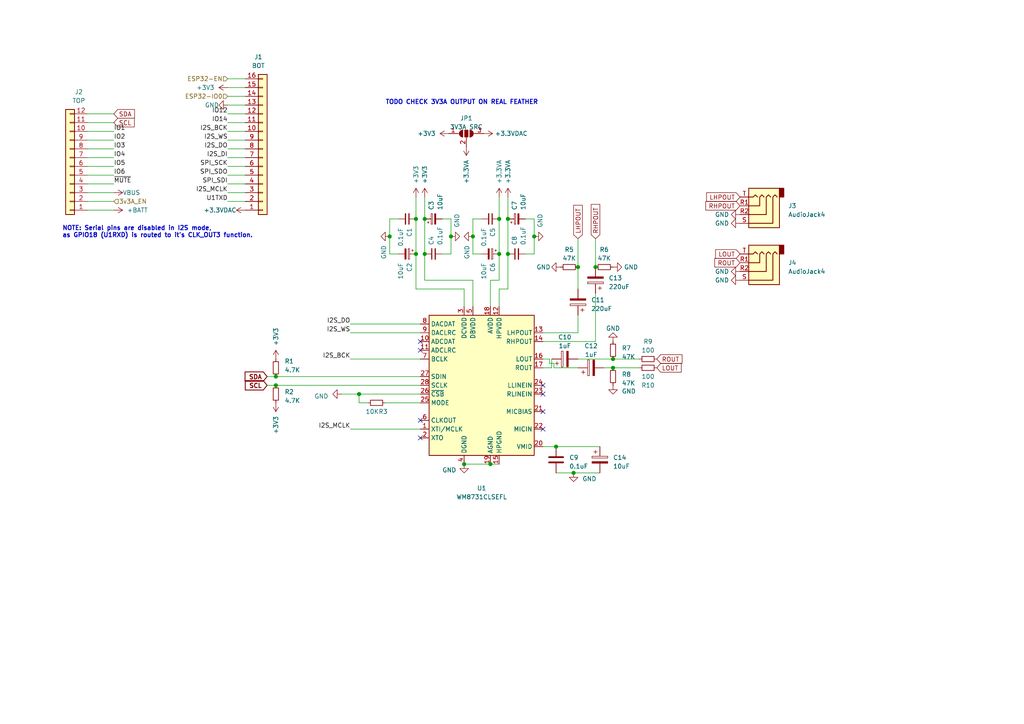
<source format=kicad_sch>
(kicad_sch (version 20210406) (generator eeschema)
  (paper "A4")
  (lib_symbols
    (symbol "Audio:WM8731CLSEFL"
      (property "Reference" "U" (at -13.97 21.59 0))
      (property "Value" "WM8731CLSEFL" (at 0 5.08 0))
      (symbol "WM8731CLSEFL_0_1"
        (rectangle (start -15.24 20.32) (end 15.24 -20.32) (stroke (width 0.254)) (fill (type background)))
      )
      (symbol "WM8731CLSEFL_1_1"
        (pin input line (at -17.78 -12.7 0) (length 2.54) (name "XTI/MCLK") (number "1"))
        (pin output line (at -17.78 12.7 0) (length 2.54) (name "ADCDAT") (number "10"))
        (pin bidirectional line (at -17.78 10.16 0) (length 2.54) (name "ADCLRC") (number "11"))
        (pin power_in line (at 5.08 22.86 270) (length 2.54) (name "HPVDD") (number "12"))
        (pin output line (at 17.78 15.24 180) (length 2.54) (name "LHPOUT") (number "13"))
        (pin output line (at 17.78 12.7 180) (length 2.54) (name "RHPOUT") (number "14"))
        (pin power_in line (at 5.08 -22.86 90) (length 2.54) (name "HPGND") (number "15"))
        (pin output line (at 17.78 7.62 180) (length 2.54) (name "LOUT") (number "16"))
        (pin output line (at 17.78 5.08 180) (length 2.54) (name "ROUT") (number "17"))
        (pin power_in line (at 2.54 22.86 270) (length 2.54) (name "AVDD") (number "18"))
        (pin power_in line (at 2.54 -22.86 90) (length 2.54) (name "AGND") (number "19"))
        (pin output line (at -17.78 -15.24 0) (length 2.54) (name "XTO") (number "2"))
        (pin passive line (at 17.78 -17.78 180) (length 2.54) (name "VMID") (number "20"))
        (pin output line (at 17.78 -7.62 180) (length 2.54) (name "MICBIAS") (number "21"))
        (pin input line (at 17.78 -12.7 180) (length 2.54) (name "MICIN") (number "22"))
        (pin input line (at 17.78 -2.54 180) (length 2.54) (name "RLINEIN") (number "23"))
        (pin input line (at 17.78 0 180) (length 2.54) (name "LLINEIN") (number "24"))
        (pin input line (at -17.78 -5.08 0) (length 2.54) (name "MODE") (number "25"))
        (pin input line (at -17.78 -2.54 0) (length 2.54) (name "~CSB") (number "26"))
        (pin bidirectional line (at -17.78 2.54 0) (length 2.54) (name "SDIN") (number "27"))
        (pin input line (at -17.78 0 0) (length 2.54) (name "SCLK") (number "28"))
        (pin passive line (at 2.54 -22.86 90) (length 2.54) hide (name "AGND") (number "29"))
        (pin power_in line (at -5.08 22.86 270) (length 2.54) (name "DCVDD") (number "3"))
        (pin power_in line (at -5.08 -22.86 90) (length 2.54) (name "DGND") (number "4"))
        (pin power_in line (at -2.54 22.86 270) (length 2.54) (name "DBVDD") (number "5"))
        (pin output line (at -17.78 -10.16 0) (length 2.54) (name "CLKOUT") (number "6"))
        (pin bidirectional line (at -17.78 7.62 0) (length 2.54) (name "BCLK") (number "7"))
        (pin input line (at -17.78 17.78 0) (length 2.54) (name "DACDAT") (number "8"))
        (pin bidirectional line (at -17.78 15.24 0) (length 2.54) (name "DACLRC") (number "9"))
      )
    )
    (symbol "Connector:AudioJack4"
      (property "Reference" "J" (at 0 8.89 0))
      (property "Value" "AudioJack4" (at 0 6.35 0))
      (symbol "AudioJack4_0_1"
        (rectangle (start -6.35 -5.08) (end -7.62 -7.62) (stroke (width 0.254)) (fill (type outline)))
        (rectangle (start 2.54 3.81) (end -6.35 -7.62) (stroke (width 0.254)) (fill (type background)))
        (polyline (pts (xy 0 -5.08) (xy 0.635 -5.715) (xy 1.27 -5.08) (xy 2.54 -5.08)) (stroke (width 0.254)))
        (polyline (pts (xy -5.715 -5.08) (xy -5.08 -5.715) (xy -4.445 -5.08) (xy -4.445 2.54) (xy 2.54 2.54)) (stroke (width 0.254)))
        (polyline (pts (xy -1.905 -5.08) (xy -1.27 -5.715) (xy -0.635 -5.08) (xy -0.635 -2.54) (xy 2.54 -2.54)) (stroke (width 0.254)))
        (polyline (pts (xy 2.54 0) (xy -2.54 0) (xy -2.54 -5.08) (xy -3.175 -5.715) (xy -3.81 -5.08)) (stroke (width 0.254)))
      )
      (symbol "AudioJack4_1_1"
        (pin passive line (at 5.08 -2.54 180) (length 2.54) (name "~") (number "R1"))
        (pin passive line (at 5.08 0 180) (length 2.54) (name "~") (number "R2"))
        (pin passive line (at 5.08 2.54 180) (length 2.54) (name "~") (number "S"))
        (pin passive line (at 5.08 -5.08 180) (length 2.54) (name "~") (number "T"))
      )
    )
    (symbol "Connector_Generic:Conn_01x12" (pin_names (offset 1.016) hide)
      (property "Reference" "J" (at 0 15.24 0))
      (property "Value" "Conn_01x12" (at 0 -17.78 0))
      (symbol "Conn_01x12_1_1"
        (rectangle (start -1.27 -15.113) (end 0 -15.367) (stroke (width 0.1524)))
        (rectangle (start -1.27 -12.573) (end 0 -12.827) (stroke (width 0.1524)))
        (rectangle (start -1.27 -10.033) (end 0 -10.287) (stroke (width 0.1524)))
        (rectangle (start -1.27 -7.493) (end 0 -7.747) (stroke (width 0.1524)))
        (rectangle (start -1.27 -4.953) (end 0 -5.207) (stroke (width 0.1524)))
        (rectangle (start -1.27 -2.413) (end 0 -2.667) (stroke (width 0.1524)))
        (rectangle (start -1.27 0.127) (end 0 -0.127) (stroke (width 0.1524)))
        (rectangle (start -1.27 2.667) (end 0 2.413) (stroke (width 0.1524)))
        (rectangle (start -1.27 5.207) (end 0 4.953) (stroke (width 0.1524)))
        (rectangle (start -1.27 7.747) (end 0 7.493) (stroke (width 0.1524)))
        (rectangle (start -1.27 10.287) (end 0 10.033) (stroke (width 0.1524)))
        (rectangle (start -1.27 12.827) (end 0 12.573) (stroke (width 0.1524)))
        (rectangle (start -1.27 13.97) (end 1.27 -16.51) (stroke (width 0.254)) (fill (type background)))
        (pin passive line (at -5.08 12.7 0) (length 3.81) (name "Pin_1") (number "1"))
        (pin passive line (at -5.08 -10.16 0) (length 3.81) (name "Pin_10") (number "10"))
        (pin passive line (at -5.08 -12.7 0) (length 3.81) (name "Pin_11") (number "11"))
        (pin passive line (at -5.08 -15.24 0) (length 3.81) (name "Pin_12") (number "12"))
        (pin passive line (at -5.08 10.16 0) (length 3.81) (name "Pin_2") (number "2"))
        (pin passive line (at -5.08 7.62 0) (length 3.81) (name "Pin_3") (number "3"))
        (pin passive line (at -5.08 5.08 0) (length 3.81) (name "Pin_4") (number "4"))
        (pin passive line (at -5.08 2.54 0) (length 3.81) (name "Pin_5") (number "5"))
        (pin passive line (at -5.08 0 0) (length 3.81) (name "Pin_6") (number "6"))
        (pin passive line (at -5.08 -2.54 0) (length 3.81) (name "Pin_7") (number "7"))
        (pin passive line (at -5.08 -5.08 0) (length 3.81) (name "Pin_8") (number "8"))
        (pin passive line (at -5.08 -7.62 0) (length 3.81) (name "Pin_9") (number "9"))
      )
    )
    (symbol "Connector_Generic:Conn_01x16" (pin_names (offset 1.016) hide)
      (property "Reference" "J" (at 0 20.32 0))
      (property "Value" "Conn_01x16" (at 0 -22.86 0))
      (symbol "Conn_01x16_1_1"
        (rectangle (start -1.27 -20.193) (end 0 -20.447) (stroke (width 0.1524)))
        (rectangle (start -1.27 -17.653) (end 0 -17.907) (stroke (width 0.1524)))
        (rectangle (start -1.27 -15.113) (end 0 -15.367) (stroke (width 0.1524)))
        (rectangle (start -1.27 -12.573) (end 0 -12.827) (stroke (width 0.1524)))
        (rectangle (start -1.27 -10.033) (end 0 -10.287) (stroke (width 0.1524)))
        (rectangle (start -1.27 -7.493) (end 0 -7.747) (stroke (width 0.1524)))
        (rectangle (start -1.27 -4.953) (end 0 -5.207) (stroke (width 0.1524)))
        (rectangle (start -1.27 -2.413) (end 0 -2.667) (stroke (width 0.1524)))
        (rectangle (start -1.27 0.127) (end 0 -0.127) (stroke (width 0.1524)))
        (rectangle (start -1.27 2.667) (end 0 2.413) (stroke (width 0.1524)))
        (rectangle (start -1.27 5.207) (end 0 4.953) (stroke (width 0.1524)))
        (rectangle (start -1.27 7.747) (end 0 7.493) (stroke (width 0.1524)))
        (rectangle (start -1.27 10.287) (end 0 10.033) (stroke (width 0.1524)))
        (rectangle (start -1.27 12.827) (end 0 12.573) (stroke (width 0.1524)))
        (rectangle (start -1.27 15.367) (end 0 15.113) (stroke (width 0.1524)))
        (rectangle (start -1.27 17.907) (end 0 17.653) (stroke (width 0.1524)))
        (rectangle (start -1.27 19.05) (end 1.27 -21.59) (stroke (width 0.254)) (fill (type background)))
        (pin passive line (at -5.08 17.78 0) (length 3.81) (name "Pin_1") (number "1"))
        (pin passive line (at -5.08 -5.08 0) (length 3.81) (name "Pin_10") (number "10"))
        (pin passive line (at -5.08 -7.62 0) (length 3.81) (name "Pin_11") (number "11"))
        (pin passive line (at -5.08 -10.16 0) (length 3.81) (name "Pin_12") (number "12"))
        (pin passive line (at -5.08 -12.7 0) (length 3.81) (name "Pin_13") (number "13"))
        (pin passive line (at -5.08 -15.24 0) (length 3.81) (name "Pin_14") (number "14"))
        (pin passive line (at -5.08 -17.78 0) (length 3.81) (name "Pin_15") (number "15"))
        (pin passive line (at -5.08 -20.32 0) (length 3.81) (name "Pin_16") (number "16"))
        (pin passive line (at -5.08 15.24 0) (length 3.81) (name "Pin_2") (number "2"))
        (pin passive line (at -5.08 12.7 0) (length 3.81) (name "Pin_3") (number "3"))
        (pin passive line (at -5.08 10.16 0) (length 3.81) (name "Pin_4") (number "4"))
        (pin passive line (at -5.08 7.62 0) (length 3.81) (name "Pin_5") (number "5"))
        (pin passive line (at -5.08 5.08 0) (length 3.81) (name "Pin_6") (number "6"))
        (pin passive line (at -5.08 2.54 0) (length 3.81) (name "Pin_7") (number "7"))
        (pin passive line (at -5.08 0 0) (length 3.81) (name "Pin_8") (number "8"))
        (pin passive line (at -5.08 -2.54 0) (length 3.81) (name "Pin_9") (number "9"))
      )
    )
    (symbol "Device:C" (pin_numbers hide) (pin_names (offset 0.254))
      (property "Reference" "C" (at 0.635 2.54 0))
      (property "Value" "C" (at 0.635 -2.54 0))
      (symbol "C_0_1"
        (polyline (pts (xy -2.032 -0.762) (xy 2.032 -0.762)) (stroke (width 0.508)))
        (polyline (pts (xy -2.032 0.762) (xy 2.032 0.762)) (stroke (width 0.508)))
      )
      (symbol "C_1_1"
        (pin passive line (at 0 3.81 270) (length 2.794) (name "~") (number "1"))
        (pin passive line (at 0 -3.81 90) (length 2.794) (name "~") (number "2"))
      )
    )
    (symbol "Device:C_Polarized" (pin_numbers hide) (pin_names (offset 0.254))
      (property "Reference" "C" (at 0.635 2.54 0))
      (property "Value" "C_Polarized" (at 0.635 -2.54 0))
      (symbol "C_Polarized_0_1"
        (rectangle (start -2.286 0.508) (end 2.286 1.016))
        (rectangle (start 2.286 -0.508) (end -2.286 -1.016) (fill (type outline)))
        (polyline (pts (xy -1.778 2.286) (xy -0.762 2.286)))
        (polyline (pts (xy -1.27 2.794) (xy -1.27 1.778)))
      )
      (symbol "C_Polarized_1_1"
        (pin passive line (at 0 3.81 270) (length 2.794) (name "~") (number "1"))
        (pin passive line (at 0 -3.81 90) (length 2.794) (name "~") (number "2"))
      )
    )
    (symbol "Device:C_Polarized_Small" (pin_numbers hide) (pin_names (offset 0.254) hide)
      (property "Reference" "C" (at 0.254 1.778 0))
      (property "Value" "C_Polarized_Small" (at 0.254 -2.032 0))
      (symbol "C_Polarized_Small_0_1"
        (rectangle (start -1.524 0.6858) (end 1.524 0.3048))
        (rectangle (start -1.524 -0.3048) (end 1.524 -0.6858) (fill (type outline)))
        (polyline (pts (xy -1.27 1.524) (xy -0.762 1.524)))
        (polyline (pts (xy -1.016 1.27) (xy -1.016 1.778)))
      )
      (symbol "C_Polarized_Small_1_1"
        (pin passive line (at 0 2.54 270) (length 1.8542) (name "~") (number "1"))
        (pin passive line (at 0 -2.54 90) (length 1.8542) (name "~") (number "2"))
      )
    )
    (symbol "Device:C_Small" (pin_numbers hide) (pin_names (offset 0.254) hide)
      (property "Reference" "C" (at 0.254 1.778 0))
      (property "Value" "C_Small" (at 0.254 -2.032 0))
      (symbol "C_Small_0_1"
        (polyline (pts (xy -1.524 -0.508) (xy 1.524 -0.508)) (stroke (width 0.3302)))
        (polyline (pts (xy -1.524 0.508) (xy 1.524 0.508)) (stroke (width 0.3048)))
      )
      (symbol "C_Small_1_1"
        (pin passive line (at 0 2.54 270) (length 2.032) (name "~") (number "1"))
        (pin passive line (at 0 -2.54 90) (length 2.032) (name "~") (number "2"))
      )
    )
    (symbol "Device:R_Small" (pin_numbers hide) (pin_names (offset 0.254) hide)
      (property "Reference" "R" (at 0.762 0.508 0))
      (property "Value" "R_Small" (at 0.762 -1.016 0))
      (symbol "R_Small_0_1"
        (rectangle (start -0.762 1.778) (end 0.762 -1.778) (stroke (width 0.2032)))
      )
      (symbol "R_Small_1_1"
        (pin passive line (at 0 2.54 270) (length 0.762) (name "~") (number "1"))
        (pin passive line (at 0 -2.54 90) (length 0.762) (name "~") (number "2"))
      )
    )
    (symbol "Jumper:SolderJumper_3_Open" (pin_names (offset 0) hide)
      (property "Reference" "JP" (at -2.54 -2.54 0))
      (property "Value" "SolderJumper_3_Open" (at 0 2.794 0))
      (symbol "SolderJumper_3_Open_0_1"
        (arc (start -1.016 1.016) (end -1.016 -1.016) (radius (at -1.016 0) (length 1.016) (angles 90.1 -90.1)))
        (arc (start 1.016 -1.016) (end 1.016 1.016) (radius (at 1.016 0) (length 1.016) (angles -89.9 89.9)))
        (arc (start -1.016 1.016) (end -1.016 -1.016) (radius (at -1.016 0) (length 1.016) (angles 90.1 -90.1)) (fill (type outline)))
        (arc (start 1.016 -1.016) (end 1.016 1.016) (radius (at 1.016 0) (length 1.016) (angles -89.9 89.9)) (fill (type outline)))
        (rectangle (start -0.508 1.016) (end 0.508 -1.016) (fill (type outline)))
        (polyline (pts (xy -2.54 0) (xy -2.032 0)))
        (polyline (pts (xy -1.016 1.016) (xy -1.016 -1.016)))
        (polyline (pts (xy 0 -1.27) (xy 0 -1.016)))
        (polyline (pts (xy 1.016 1.016) (xy 1.016 -1.016)))
        (polyline (pts (xy 2.54 0) (xy 2.032 0)))
      )
      (symbol "SolderJumper_3_Open_1_1"
        (pin passive line (at -5.08 0 0) (length 2.54) (name "A") (number "1"))
        (pin input line (at 0 -3.81 90) (length 2.54) (name "C") (number "2"))
        (pin passive line (at 5.08 0 180) (length 2.54) (name "B") (number "3"))
      )
    )
    (symbol "power:+3.3VA" (power) (pin_names (offset 0))
      (property "Value" "+3.3VA" (at 0 3.556 0))
      (symbol "+3.3VA_0_1"
        (polyline (pts (xy -0.762 1.27) (xy 0 2.54)))
        (polyline (pts (xy 0 0) (xy 0 2.54)))
        (polyline (pts (xy 0 2.54) (xy 0.762 1.27)))
      )
      (symbol "+3.3VA_1_1"
        (pin power_in line (at 0 0 90) (length 0) hide (name "+3.3VA") (number "1"))
      )
    )
    (symbol "power:+3.3VDAC" (power) (pin_names (offset 0))
      (property "Value" "+3.3VDAC" (at 0 2.54 0))
      (symbol "+3.3VDAC_0_0"
        (pin power_in line (at 0 0 90) (length 0) hide (name "+3.3VDAC") (number "1"))
      )
      (symbol "+3.3VDAC_0_1"
        (polyline (pts (xy -0.762 1.27) (xy 0 2.54)))
        (polyline (pts (xy 0 0) (xy 0 2.54)))
        (polyline (pts (xy 0 2.54) (xy 0.762 1.27)))
      )
    )
    (symbol "power:+3V3" (power) (pin_names (offset 0))
      (property "Value" "+3V3" (at 0 3.556 0))
      (symbol "+3V3_0_1"
        (polyline (pts (xy -0.762 1.27) (xy 0 2.54)))
        (polyline (pts (xy 0 0) (xy 0 2.54)))
        (polyline (pts (xy 0 2.54) (xy 0.762 1.27)))
      )
      (symbol "+3V3_1_1"
        (pin power_in line (at 0 0 90) (length 0) hide (name "+3V3") (number "1"))
      )
    )
    (symbol "power:+BATT" (power) (pin_names (offset 0))
      (property "Value" "+BATT" (at 0 3.556 0))
      (symbol "+BATT_0_1"
        (polyline (pts (xy -0.762 1.27) (xy 0 2.54)))
        (polyline (pts (xy 0 0) (xy 0 2.54)))
        (polyline (pts (xy 0 2.54) (xy 0.762 1.27)))
      )
      (symbol "+BATT_1_1"
        (pin power_in line (at 0 0 90) (length 0) hide (name "+BATT") (number "1"))
      )
    )
    (symbol "power:GND" (power) (pin_names (offset 0))
      (property "Value" "GND" (at 0 -3.81 0))
      (symbol "GND_0_1"
        (polyline (pts (xy 0 0) (xy 0 -1.27) (xy 1.27 -1.27) (xy 0 -2.54) (xy -1.27 -1.27) (xy 0 -1.27)))
      )
      (symbol "GND_1_1"
        (pin power_in line (at 0 0 270) (length 0) hide (name "GND") (number "1"))
      )
    )
    (symbol "power:VBUS" (power) (pin_names (offset 0))
      (property "Value" "VBUS" (at 0 3.81 0))
      (symbol "VBUS_0_1"
        (polyline (pts (xy -0.762 1.27) (xy 0 2.54)))
        (polyline (pts (xy 0 0) (xy 0 2.54)))
        (polyline (pts (xy 0 2.54) (xy 0.762 1.27)))
      )
      (symbol "VBUS_1_1"
        (pin power_in line (at 0 0 90) (length 0) hide (name "VBUS") (number "1"))
      )
    )
  )
  (junction (at 80.01 109.22) (diameter 1.016))
  (junction (at 80.01 111.76) (diameter 1.016))
  (junction (at 104.14 114.3) (diameter 1.016))
  (junction (at 113.03 68.58) (diameter 1.016))
  (junction (at 120.65 63.5) (diameter 1.016))
  (junction (at 120.65 73.66) (diameter 1.016))
  (junction (at 123.19 63.5) (diameter 1.016))
  (junction (at 123.19 73.66) (diameter 1.016))
  (junction (at 130.81 68.58) (diameter 1.016))
  (junction (at 134.62 134.62) (diameter 1.016))
  (junction (at 137.16 68.58) (diameter 1.016))
  (junction (at 142.24 134.62) (diameter 1.016))
  (junction (at 144.78 63.5) (diameter 1.016))
  (junction (at 144.78 73.66) (diameter 1.016))
  (junction (at 147.32 63.5) (diameter 1.016))
  (junction (at 147.32 73.66) (diameter 1.016))
  (junction (at 154.94 68.58) (diameter 1.016))
  (junction (at 161.29 129.54) (diameter 1.016))
  (junction (at 166.37 137.16) (diameter 1.016))
  (junction (at 167.64 77.47) (diameter 1.016))
  (junction (at 172.72 77.47) (diameter 1.016))
  (junction (at 177.8 104.14) (diameter 1.016))
  (junction (at 177.8 106.68) (diameter 1.016))
  (no_connect (at 121.92 99.06))
  (no_connect (at 121.92 101.6))
  (no_connect (at 121.92 121.92))
  (no_connect (at 121.92 127))
  (no_connect (at 157.48 111.76))
  (no_connect (at 157.48 114.3))
  (no_connect (at 157.48 119.38))
  (no_connect (at 157.48 124.46))
  (wire (pts (xy 25.4 33.02) (xy 33.02 33.02)))
  (wire (pts (xy 25.4 35.56) (xy 33.02 35.56)))
  (wire (pts (xy 25.4 38.1) (xy 33.02 38.1)))
  (wire (pts (xy 25.4 40.64) (xy 33.02 40.64)))
  (wire (pts (xy 25.4 43.18) (xy 33.02 43.18)))
  (wire (pts (xy 25.4 45.72) (xy 33.02 45.72)))
  (wire (pts (xy 25.4 48.26) (xy 33.02 48.26)))
  (wire (pts (xy 25.4 50.8) (xy 33.02 50.8)))
  (wire (pts (xy 25.4 53.34) (xy 33.02 53.34)))
  (wire (pts (xy 25.4 58.42) (xy 33.02 58.42)))
  (wire (pts (xy 33.02 55.88) (xy 25.4 55.88)))
  (wire (pts (xy 33.02 60.96) (xy 25.4 60.96)))
  (wire (pts (xy 66.04 22.86) (xy 71.12 22.86)))
  (wire (pts (xy 66.04 25.4) (xy 71.12 25.4)))
  (wire (pts (xy 66.04 27.94) (xy 71.12 27.94)))
  (wire (pts (xy 66.04 30.48) (xy 71.12 30.48)))
  (wire (pts (xy 66.04 33.02) (xy 71.12 33.02)))
  (wire (pts (xy 66.04 35.56) (xy 71.12 35.56)))
  (wire (pts (xy 66.04 38.1) (xy 71.12 38.1)))
  (wire (pts (xy 66.04 40.64) (xy 71.12 40.64)))
  (wire (pts (xy 66.04 43.18) (xy 71.12 43.18)))
  (wire (pts (xy 66.04 45.72) (xy 71.12 45.72)))
  (wire (pts (xy 66.04 48.26) (xy 71.12 48.26)))
  (wire (pts (xy 66.04 50.8) (xy 71.12 50.8)))
  (wire (pts (xy 66.04 53.34) (xy 71.12 53.34)))
  (wire (pts (xy 66.04 55.88) (xy 71.12 55.88)))
  (wire (pts (xy 66.04 58.42) (xy 71.12 58.42)))
  (wire (pts (xy 77.47 109.22) (xy 80.01 109.22)))
  (wire (pts (xy 77.47 111.76) (xy 80.01 111.76)))
  (wire (pts (xy 80.01 109.22) (xy 121.92 109.22)))
  (wire (pts (xy 80.01 111.76) (xy 121.92 111.76)))
  (wire (pts (xy 101.6 93.98) (xy 121.92 93.98)))
  (wire (pts (xy 101.6 96.52) (xy 121.92 96.52)))
  (wire (pts (xy 101.6 104.14) (xy 121.92 104.14)))
  (wire (pts (xy 101.6 124.46) (xy 121.92 124.46)))
  (wire (pts (xy 104.14 114.3) (xy 99.06 114.3)))
  (wire (pts (xy 104.14 114.3) (xy 104.14 116.84)))
  (wire (pts (xy 106.68 116.84) (xy 104.14 116.84)))
  (wire (pts (xy 111.76 116.84) (xy 121.92 116.84)))
  (wire (pts (xy 113.03 63.5) (xy 113.03 68.58)))
  (wire (pts (xy 113.03 73.66) (xy 113.03 68.58)))
  (wire (pts (xy 115.57 63.5) (xy 113.03 63.5)))
  (wire (pts (xy 115.57 73.66) (xy 113.03 73.66)))
  (wire (pts (xy 120.65 57.15) (xy 120.65 63.5)))
  (wire (pts (xy 120.65 63.5) (xy 120.65 73.66)))
  (wire (pts (xy 120.65 73.66) (xy 120.65 83.82)))
  (wire (pts (xy 121.92 114.3) (xy 104.14 114.3)))
  (wire (pts (xy 123.19 57.15) (xy 123.19 63.5)))
  (wire (pts (xy 123.19 63.5) (xy 123.19 73.66)))
  (wire (pts (xy 123.19 73.66) (xy 123.19 81.28)))
  (wire (pts (xy 123.19 81.28) (xy 137.16 81.28)))
  (wire (pts (xy 128.27 63.5) (xy 130.81 63.5)))
  (wire (pts (xy 128.27 73.66) (xy 130.81 73.66)))
  (wire (pts (xy 130.81 63.5) (xy 130.81 68.58)))
  (wire (pts (xy 130.81 73.66) (xy 130.81 68.58)))
  (wire (pts (xy 134.62 83.82) (xy 120.65 83.82)))
  (wire (pts (xy 134.62 88.9) (xy 134.62 83.82)))
  (wire (pts (xy 134.62 134.62) (xy 142.24 134.62)))
  (wire (pts (xy 137.16 63.5) (xy 137.16 68.58)))
  (wire (pts (xy 137.16 73.66) (xy 137.16 68.58)))
  (wire (pts (xy 137.16 81.28) (xy 137.16 88.9)))
  (wire (pts (xy 139.7 63.5) (xy 137.16 63.5)))
  (wire (pts (xy 139.7 73.66) (xy 137.16 73.66)))
  (wire (pts (xy 142.24 81.28) (xy 142.24 88.9)))
  (wire (pts (xy 142.24 134.62) (xy 144.78 134.62)))
  (wire (pts (xy 144.78 57.15) (xy 144.78 63.5)))
  (wire (pts (xy 144.78 63.5) (xy 144.78 73.66)))
  (wire (pts (xy 144.78 73.66) (xy 144.78 81.28)))
  (wire (pts (xy 144.78 81.28) (xy 142.24 81.28)))
  (wire (pts (xy 144.78 83.82) (xy 147.32 83.82)))
  (wire (pts (xy 144.78 88.9) (xy 144.78 83.82)))
  (wire (pts (xy 147.32 57.15) (xy 147.32 63.5)))
  (wire (pts (xy 147.32 63.5) (xy 147.32 73.66)))
  (wire (pts (xy 147.32 83.82) (xy 147.32 73.66)))
  (wire (pts (xy 152.4 63.5) (xy 154.94 63.5)))
  (wire (pts (xy 152.4 73.66) (xy 154.94 73.66)))
  (wire (pts (xy 154.94 63.5) (xy 154.94 68.58)))
  (wire (pts (xy 154.94 73.66) (xy 154.94 68.58)))
  (wire (pts (xy 157.48 96.52) (xy 167.64 96.52)))
  (wire (pts (xy 157.48 99.06) (xy 172.72 99.06)))
  (wire (pts (xy 157.48 104.14) (xy 159.385 104.14)))
  (wire (pts (xy 157.48 129.54) (xy 161.29 129.54)))
  (wire (pts (xy 159.385 104.14) (xy 159.385 105.41)))
  (wire (pts (xy 159.385 105.41) (xy 160.655 105.41)))
  (wire (pts (xy 160.02 104.14) (xy 160.02 106.68)))
  (wire (pts (xy 160.02 106.68) (xy 157.48 106.68)))
  (wire (pts (xy 160.655 105.41) (xy 160.655 106.68)))
  (wire (pts (xy 160.655 106.68) (xy 167.64 106.68)))
  (wire (pts (xy 161.29 129.54) (xy 173.99 129.54)))
  (wire (pts (xy 161.29 137.16) (xy 166.37 137.16)))
  (wire (pts (xy 166.37 137.16) (xy 173.99 137.16)))
  (wire (pts (xy 167.64 69.215) (xy 167.64 77.47)))
  (wire (pts (xy 167.64 77.47) (xy 167.64 83.82)))
  (wire (pts (xy 167.64 91.44) (xy 167.64 96.52)))
  (wire (pts (xy 167.64 104.14) (xy 177.8 104.14)))
  (wire (pts (xy 172.72 69.215) (xy 172.72 77.47)))
  (wire (pts (xy 172.72 85.09) (xy 172.72 99.06)))
  (wire (pts (xy 175.26 106.68) (xy 177.8 106.68)))
  (wire (pts (xy 177.8 104.14) (xy 185.42 104.14)))
  (wire (pts (xy 177.8 106.68) (xy 185.42 106.68)))
  (text "NOTE: Serial pins are disabled in I2S mode,\nas GPIO18 (U1RXD) is routed to it's CLK_OUT3 function." (at 18.034 69.088 0) (effects (font (size 1.27 1.27) (thickness 0.254) bold) (justify left bottom)))
  (text "TODO CHECK 3V3A OUTPUT ON REAL FEATHER" (at 111.76 30.48 0) (effects (font (size 1.27 1.27) (thickness 0.254) bold) (justify left bottom)))
  (label "IO1" (at 33.02 38.1 0))
  (label "IO2" (at 33.02 40.64 0))
  (label "IO3" (at 33.02 43.18 0))
  (label "IO4" (at 33.02 45.72 0))
  (label "IO5" (at 33.02 48.26 0))
  (label "IO6" (at 33.02 50.8 0))
  (label "~MUTE" (at 33.02 53.34 0))
  (label "IO12" (at 66.04 33.02 180))
  (label "IO14" (at 66.04 35.56 180))
  (label "I2S_BCK" (at 66.04 38.1 180))
  (label "I2S_WS" (at 66.04 40.64 180))
  (label "I2S_DO" (at 66.04 43.18 180))
  (label "I2S_DI" (at 66.04 45.72 180))
  (label "SPI_SCK" (at 66.04 48.26 180))
  (label "SPI_SDO" (at 66.04 50.8 180))
  (label "SPI_SDI" (at 66.04 53.34 180))
  (label "I2S_MCLK" (at 66.04 55.88 180))
  (label "U1TXD" (at 66.04 58.42 180))
  (label "I2S_DO" (at 101.6 93.98 180))
  (label "I2S_WS" (at 101.6 96.52 180))
  (label "I2S_BCK" (at 101.6 104.14 180))
  (label "I2S_MCLK" (at 101.6 124.46 180))
  (global_label "SDA" (shape input) (at 33.02 33.02 0) (property "Intersheet References" "${INTERSHEET_REFS}" (effects hide)))
  (global_label "SCL" (shape input) (at 33.02 35.56 0) (property "Intersheet References" "${INTERSHEET_REFS}" (effects hide)))
  (global_label "SDA" (shape input) (at 77.47 109.22 180) (effects (font (thickness 0.254) bold)) (property "Intersheet References" "${INTERSHEET_REFS}" (effects hide)))
  (global_label "SCL" (shape input) (at 77.47 111.76 180) (effects (font (thickness 0.254) bold)) (property "Intersheet References" "${INTERSHEET_REFS}" (effects hide)))
  (global_label "LHPOUT" (shape input) (at 167.64 69.215 90) (property "Intersheet References" "${INTERSHEET_REFS}" (effects hide)))
  (global_label "RHPOUT" (shape input) (at 172.72 69.215 90) (property "Intersheet References" "${INTERSHEET_REFS}" (effects hide)))
  (global_label "ROUT" (shape input) (at 190.5 104.14 0) (property "Intersheet References" "${INTERSHEET_REFS}" (effects hide)))
  (global_label "LOUT" (shape input) (at 190.5 106.68 0) (property "Intersheet References" "${INTERSHEET_REFS}" (effects hide)))
  (global_label "LHPOUT" (shape input) (at 214.63 57.15 180) (property "Intersheet References" "${INTERSHEET_REFS}" (effects hide)))
  (global_label "RHPOUT" (shape input) (at 214.63 59.69 180) (property "Intersheet References" "${INTERSHEET_REFS}" (effects hide)))
  (global_label "LOUT" (shape input) (at 214.63 73.66 180) (property "Intersheet References" "${INTERSHEET_REFS}" (effects hide)))
  (global_label "ROUT" (shape input) (at 214.63 76.2 180) (property "Intersheet References" "${INTERSHEET_REFS}" (effects hide)))
  (hierarchical_label "3v3A_EN" (shape input) (at 33.02 58.42 0))
  (hierarchical_label "ESP32-EN" (shape input) (at 66.04 22.86 180))
  (hierarchical_label "ESP32-IO0" (shape input) (at 66.04 27.94 180))
  (symbol (lib_id "power:VBUS") (at 33.02 55.88 270) (unit 1)
    (property "Reference" "#PWR0105" (effects hide))
    (property "Value" "VBUS" (at 35.56 55.88 90) (effects (justify left)))
  )
  (symbol (lib_id "power:+BATT") (at 33.02 60.96 270) (unit 1)
    (property "Reference" "#PWR0101" (effects hide))
    (property "Value" "+BATT" (at 36.83 60.96 90) (effects (justify left)))
  )
  (symbol (lib_id "power:+3V3") (at 66.04 25.4 90) (unit 1)
    (property "Reference" "#PWR0104" (effects hide))
    (property "Value" "+3V3" (at 62.23 25.4 90) (effects (justify left)))
  )
  (symbol (lib_id "power:+3.3VDAC") (at 71.12 60.96 90) (unit 1)
    (property "Reference" "#PWR0102" (effects hide))
    (property "Value" "+3.3VDAC" (at 59.055 60.9599 90) (effects (justify right)))
  )
  (symbol (lib_id "power:+3V3") (at 80.01 104.14 0) (unit 1)
    (property "Reference" "#PWR0114" (effects hide))
    (property "Value" "+3V3" (at 80.01 100.33 90) (effects (justify left)))
  )
  (symbol (lib_id "power:+3V3") (at 80.01 116.84 180) (unit 1)
    (property "Reference" "#PWR0112" (effects hide))
    (property "Value" "+3V3" (at 80.01 120.65 90) (effects (justify left)))
  )
  (symbol (lib_id "power:+3V3") (at 120.65 57.15 0) (unit 1)
    (property "Reference" "#PWR0108" (effects hide))
    (property "Value" "+3V3" (at 120.65 53.34 90) (effects (justify left)))
  )
  (symbol (lib_id "power:+3V3") (at 123.19 57.15 0) (unit 1)
    (property "Reference" "#PWR0109" (effects hide))
    (property "Value" "+3V3" (at 123.19 53.34 90) (effects (justify left)))
  )
  (symbol (lib_id "power:+3V3") (at 130.175 38.735 90) (unit 1)
    (property "Reference" "#PWR0128" (effects hide))
    (property "Value" "+3V3" (at 126.365 38.735 90) (effects (justify left)))
  )
  (symbol (lib_id "power:+3.3VA") (at 135.255 42.545 180) (unit 1)
    (property "Reference" "#PWR0127" (effects hide))
    (property "Value" "+3.3VA" (at 135.255 46.355 90) (effects (justify left)))
  )
  (symbol (lib_id "power:+3.3VDAC") (at 140.335 38.735 270) (unit 1)
    (property "Reference" "#PWR0129" (effects hide))
    (property "Value" "+3.3VDAC" (at 143.51 38.7349 90) (effects (justify left)))
  )
  (symbol (lib_id "power:+3.3VA") (at 144.78 57.15 0) (unit 1)
    (property "Reference" "#PWR0111" (effects hide))
    (property "Value" "+3.3VA" (at 144.78 53.34 90) (effects (justify left)))
  )
  (symbol (lib_id "power:+3.3VA") (at 147.32 57.15 0) (unit 1)
    (property "Reference" "#PWR0110" (effects hide))
    (property "Value" "+3.3VA" (at 147.32 53.34 90) (effects (justify left)))
  )
  (symbol (lib_id "power:GND") (at 66.04 30.48 270) (unit 1)
    (property "Reference" "#PWR0103" (effects hide))
    (property "Value" "GND" (at 63.5 30.48 90) (effects (justify right)))
  )
  (symbol (lib_id "power:GND") (at 99.06 114.3 270) (unit 1)
    (property "Reference" "#PWR0115" (effects hide))
    (property "Value" "GND" (at 95.25 114.9349 90) (effects (justify right)))
  )
  (symbol (lib_id "power:GND") (at 113.03 68.58 270) (unit 1)
    (property "Reference" "#PWR0113" (effects hide))
    (property "Value" "GND" (at 111.3156 71.12 0) (effects (justify left)))
  )
  (symbol (lib_id "power:GND") (at 130.81 68.58 90) (unit 1)
    (property "Reference" "#PWR0106" (effects hide))
    (property "Value" "GND" (at 132.5244 66.04 0) (effects (justify left)))
  )
  (symbol (lib_id "power:GND") (at 134.62 134.62 0) (unit 1)
    (property "Reference" "#PWR0117" (effects hide))
    (property "Value" "GND" (at 128.27 136.3344 0) (effects (justify left)))
  )
  (symbol (lib_id "power:GND") (at 137.16 68.58 270) (unit 1)
    (property "Reference" "#PWR0107" (effects hide))
    (property "Value" "GND" (at 135.4456 71.12 0) (effects (justify left)))
  )
  (symbol (lib_id "power:GND") (at 154.94 68.58 90) (unit 1)
    (property "Reference" "#PWR0124" (effects hide))
    (property "Value" "GND" (at 156.6544 66.04 0) (effects (justify left)))
  )
  (symbol (lib_id "power:GND") (at 162.56 77.47 270) (unit 1)
    (property "Reference" "#PWR0121" (effects hide))
    (property "Value" "GND" (at 155.575 77.4699 90) (effects (justify left)))
  )
  (symbol (lib_id "power:GND") (at 166.37 137.16 0) (unit 1)
    (property "Reference" "#PWR0116" (effects hide))
    (property "Value" "GND" (at 168.91 138.8744 0) (effects (justify left)))
  )
  (symbol (lib_id "power:GND") (at 177.8 77.47 90) (unit 1)
    (property "Reference" "#PWR0120" (effects hide))
    (property "Value" "GND" (at 180.975 77.4699 90) (effects (justify right)))
  )
  (symbol (lib_id "power:GND") (at 177.8 99.06 180) (unit 1)
    (property "Reference" "#PWR0119" (effects hide))
    (property "Value" "GND" (at 177.8 95.25 0))
  )
  (symbol (lib_id "power:GND") (at 177.8 111.76 0) (unit 1)
    (property "Reference" "#PWR0118" (effects hide))
    (property "Value" "GND" (at 180.34 113.4744 0) (effects (justify left)))
  )
  (symbol (lib_id "power:GND") (at 214.63 62.23 270) (unit 1)
    (property "Reference" "#PWR0125" (effects hide))
    (property "Value" "GND" (at 211.455 62.2301 90) (effects (justify right)))
  )
  (symbol (lib_id "power:GND") (at 214.63 64.77 270) (unit 1)
    (property "Reference" "#PWR0122" (effects hide))
    (property "Value" "GND" (at 211.455 64.7701 90) (effects (justify right)))
  )
  (symbol (lib_id "power:GND") (at 214.63 78.74 270) (unit 1)
    (property "Reference" "#PWR0126" (effects hide))
    (property "Value" "GND" (at 211.455 78.7401 90) (effects (justify right)))
  )
  (symbol (lib_id "power:GND") (at 214.63 81.28 270) (unit 1)
    (property "Reference" "#PWR0123" (effects hide))
    (property "Value" "GND" (at 211.455 81.2801 90) (effects (justify right)))
  )
  (symbol (lib_id "Device:R_Small") (at 80.01 106.68 0) (unit 1)
    (property "Reference" "R1" (at 82.55 104.7749 0) (effects (justify left)))
    (property "Value" "4.7K" (at 82.55 107.3149 0) (effects (justify left)))
    (property "Footprint" "Resistor_SMD:R_0805_2012Metric_Pad1.20x1.40mm_HandSolder" (effects hide))
  )
  (symbol (lib_id "Device:R_Small") (at 80.01 114.3 0) (unit 1)
    (property "Reference" "R2" (at 82.55 113.6649 0) (effects (justify left)))
    (property "Value" "4.7K" (at 82.55 116.2049 0) (effects (justify left)))
    (property "Footprint" "Resistor_SMD:R_0805_2012Metric_Pad1.20x1.40mm_HandSolder" (effects hide))
  )
  (symbol (lib_id "Device:R_Small") (at 109.22 116.84 270) (unit 1)
    (property "Reference" "R3" (at 111.125 119.38 90))
    (property "Value" "10K" (at 107.95 119.38 90))
    (property "Footprint" "Resistor_SMD:R_0805_2012Metric_Pad1.20x1.40mm_HandSolder" (effects hide))
  )
  (symbol (lib_id "Device:R_Small") (at 165.1 77.47 90) (unit 1)
    (property "Reference" "R5" (at 165.1 72.39 90))
    (property "Value" "47K" (at 165.1 74.93 90))
    (property "Footprint" "Resistor_SMD:R_0805_2012Metric_Pad1.20x1.40mm_HandSolder" (effects hide))
  )
  (symbol (lib_id "Device:R_Small") (at 175.26 77.47 90) (unit 1)
    (property "Reference" "R6" (at 175.26 72.39 90))
    (property "Value" "47K" (at 175.26 74.93 90))
    (property "Footprint" "Resistor_SMD:R_0805_2012Metric_Pad1.20x1.40mm_HandSolder" (effects hide))
  )
  (symbol (lib_id "Device:R_Small") (at 177.8 101.6 0) (unit 1)
    (property "Reference" "R7" (at 180.34 100.9649 0) (effects (justify left)))
    (property "Value" "47K" (at 180.34 103.5049 0) (effects (justify left)))
    (property "Footprint" "Resistor_SMD:R_0805_2012Metric_Pad1.20x1.40mm_HandSolder" (effects hide))
  )
  (symbol (lib_id "Device:R_Small") (at 177.8 109.22 0) (unit 1)
    (property "Reference" "R8" (at 180.34 108.5849 0) (effects (justify left)))
    (property "Value" "47K" (at 180.34 111.1249 0) (effects (justify left)))
    (property "Footprint" "Resistor_SMD:R_0805_2012Metric_Pad1.20x1.40mm_HandSolder" (effects hide))
  )
  (symbol (lib_id "Device:R_Small") (at 187.96 104.14 90) (unit 1)
    (property "Reference" "R9" (at 187.96 99.06 90))
    (property "Value" "100" (at 187.96 101.6 90))
    (property "Footprint" "Resistor_SMD:R_0805_2012Metric_Pad1.20x1.40mm_HandSolder" (effects hide))
  )
  (symbol (lib_id "Device:R_Small") (at 187.96 106.68 90) (unit 1)
    (property "Reference" "R10" (at 187.96 111.76 90))
    (property "Value" "100" (at 187.96 109.22 90))
    (property "Footprint" "Resistor_SMD:R_0805_2012Metric_Pad1.20x1.40mm_HandSolder" (effects hide))
  )
  (symbol (lib_id "Device:C_Polarized_Small") (at 118.11 73.66 270) (unit 1)
    (property "Reference" "C2" (at 118.7451 76.2 0) (effects (justify left)))
    (property "Value" "10uF" (at 116.2051 76.2 0) (effects (justify left)))
    (property "Footprint" "Capacitor_SMD:C_0805_2012Metric_Pad1.18x1.45mm_HandSolder" (effects hide))
  )
  (symbol (lib_id "Device:C_Polarized_Small") (at 125.73 63.5 90) (unit 1)
    (property "Reference" "C3" (at 125.0949 60.96 0) (effects (justify left)))
    (property "Value" "10uF" (at 127.6349 60.96 0) (effects (justify left)))
    (property "Footprint" "Capacitor_SMD:C_0805_2012Metric_Pad1.18x1.45mm_HandSolder" (effects hide))
  )
  (symbol (lib_id "Device:C_Polarized_Small") (at 142.24 73.66 270) (unit 1)
    (property "Reference" "C6" (at 142.8751 76.2 0) (effects (justify left)))
    (property "Value" "10uF" (at 140.3351 76.2 0) (effects (justify left)))
    (property "Footprint" "Capacitor_Tantalum_SMD:CP_EIA-6032-20_AVX-F_Pad2.25x2.35mm_HandSolder" (effects hide))
  )
  (symbol (lib_id "Device:C_Polarized_Small") (at 149.86 63.5 90) (unit 1)
    (property "Reference" "C7" (at 149.2249 60.96 0) (effects (justify left)))
    (property "Value" "10uF" (at 151.7649 60.96 0) (effects (justify left)))
    (property "Footprint" "Capacitor_Tantalum_SMD:CP_EIA-6032-20_AVX-F_Pad2.25x2.35mm_HandSolder" (effects hide))
  )
  (symbol (lib_id "Device:C_Small") (at 118.11 63.5 270) (unit 1)
    (property "Reference" "C1" (at 118.7451 66.04 0) (effects (justify left)))
    (property "Value" "0.1uF" (at 116.2051 66.04 0) (effects (justify left)))
    (property "Footprint" "Capacitor_SMD:C_0805_2012Metric_Pad1.18x1.45mm_HandSolder" (effects hide))
  )
  (symbol (lib_id "Device:C_Small") (at 125.73 73.66 90) (unit 1)
    (property "Reference" "C4" (at 125.0949 71.12 0) (effects (justify left)))
    (property "Value" "0.1uF" (at 127.6349 71.12 0) (effects (justify left)))
    (property "Footprint" "Capacitor_SMD:C_0805_2012Metric_Pad1.18x1.45mm_HandSolder" (effects hide))
  )
  (symbol (lib_id "Device:C_Small") (at 142.24 63.5 270) (unit 1)
    (property "Reference" "C5" (at 142.8751 66.04 0) (effects (justify left)))
    (property "Value" "0.1uF" (at 140.3351 66.04 0) (effects (justify left)))
    (property "Footprint" "Capacitor_SMD:C_0805_2012Metric_Pad1.18x1.45mm_HandSolder" (effects hide))
  )
  (symbol (lib_id "Device:C_Small") (at 149.86 73.66 90) (unit 1)
    (property "Reference" "C8" (at 149.2249 71.12 0) (effects (justify left)))
    (property "Value" "0.1uF" (at 151.7649 71.12 0) (effects (justify left)))
    (property "Footprint" "Capacitor_SMD:C_0805_2012Metric_Pad1.18x1.45mm_HandSolder" (effects hide))
  )
  (symbol (lib_id "Device:C") (at 161.29 133.35 0) (unit 1)
    (property "Reference" "C9" (at 165.1 132.7149 0) (effects (justify left)))
    (property "Value" "0.1uF" (at 165.1 135.2549 0) (effects (justify left)))
    (property "Footprint" "Capacitor_SMD:C_0805_2012Metric_Pad1.18x1.45mm_HandSolder" (effects hide))
  )
  (symbol (lib_id "Device:C_Polarized") (at 163.83 104.14 90) (unit 1)
    (property "Reference" "C10" (at 163.83 97.79 90))
    (property "Value" "1uF" (at 163.83 100.33 90))
    (property "Footprint" "Capacitor_SMD:CP_Elec_4x4.5" (effects hide))
  )
  (symbol (lib_id "Device:C_Polarized") (at 167.64 87.63 180) (unit 1)
    (property "Reference" "C11" (at 171.45 86.9949 0) (effects (justify right)))
    (property "Value" "220uF" (at 171.45 89.5349 0) (effects (justify right)))
    (property "Footprint" "Capacitor_SMD:CP_Elec_8x10" (effects hide))
  )
  (symbol (lib_id "Device:C_Polarized") (at 171.45 106.68 90) (unit 1)
    (property "Reference" "C12" (at 171.45 100.33 90))
    (property "Value" "1uF" (at 171.45 102.87 90))
    (property "Footprint" "Capacitor_SMD:CP_Elec_4x4.5" (effects hide))
  )
  (symbol (lib_id "Device:C_Polarized") (at 172.72 81.28 180) (unit 1)
    (property "Reference" "C13" (at 176.53 80.6449 0) (effects (justify right)))
    (property "Value" "220uF" (at 176.53 83.1849 0) (effects (justify right)))
    (property "Footprint" "Capacitor_SMD:CP_Elec_8x10" (effects hide))
  )
  (symbol (lib_id "Device:C_Polarized") (at 173.99 133.35 0) (unit 1)
    (property "Reference" "C14" (at 177.8 132.7149 0) (effects (justify left)))
    (property "Value" "10uF" (at 177.8 135.2549 0) (effects (justify left)))
    (property "Footprint" "Capacitor_Tantalum_SMD:CP_EIA-6032-20_AVX-F_Pad2.25x2.35mm_HandSolder" (effects hide))
  )
  (symbol (lib_id "Jumper:SolderJumper_3_Open") (at 135.255 38.735 0) (unit 1)
    (property "Reference" "JP1" (at 135.255 34.29 0))
    (property "Value" "3V3A SRC" (at 135.255 36.83 0))
    (property "Footprint" "Jumper:SolderJumper-3_P2.0mm_Open_TrianglePad1.0x1.5mm_NumberLabels" (effects hide))
  )
  (symbol (lib_id "Connector:AudioJack4") (at 219.71 62.23 180) (unit 1)
    (property "Reference" "J3" (at 228.6 59.6899 0) (effects (justify right)))
    (property "Value" "AudioJack4" (at 228.6 62.2299 0) (effects (justify right)))
    (property "Footprint" "Footprints:Lumberg 1503 20 VP3" (effects hide))
  )
  (symbol (lib_id "Connector:AudioJack4") (at 219.71 78.74 180) (unit 1)
    (property "Reference" "J4" (at 228.6 76.1999 0) (effects (justify right)))
    (property "Value" "AudioJack4" (at 228.6 78.7399 0) (effects (justify right)))
    (property "Footprint" "Footprints:Lumberg 1503 20 VP3" (effects hide))
  )
  (symbol (lib_id "Connector_Generic:Conn_01x12") (at 20.32 48.26 180) (unit 1)
    (property "Reference" "J2" (at 22.86 26.67 0))
    (property "Value" "TOP" (at 22.86 29.21 0))
    (property "Footprint" "Footprints:RoundPinHeader_1x12" (effects hide))
  )
  (symbol (lib_id "Connector_Generic:Conn_01x16") (at 76.2 43.18 0) (mirror x) (unit 1)
    (property "Reference" "J1" (at 74.93 16.51 0))
    (property "Value" "BOT" (at 74.93 19.05 0))
    (property "Footprint" "Footprints:RoundPinHeader_1x16" (effects hide))
  )
  (symbol (lib_id "Audio:WM8731CLSEFL") (at 139.7 111.76 0) (unit 1)
    (property "Reference" "U1" (at 139.7 141.605 0))
    (property "Value" "WM8731CLSEFL" (at 139.7 144.145 0))
    (property "Footprint" "Package_DFN_QFN:QFN-28-1EP_5x5mm_P0.5mm_EP3.35x3.35mm" (effects hide))
    (property "Datasheet" "https://statics.cirrus.com/pubs/proDatasheet/WM8731_v4.9.pdf" (effects hide))
  )
)
</source>
